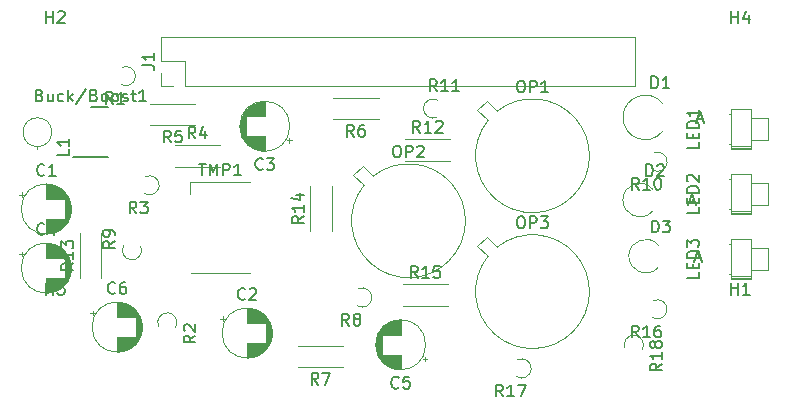
<source format=gbr>
%TF.GenerationSoftware,KiCad,Pcbnew,(5.1.10)-1*%
%TF.CreationDate,2021-06-16T23:55:04+02:00*%
%TF.ProjectId,_Final_EEE3088Project,5f46696e-616c-45f4-9545-453330383850,rev?*%
%TF.SameCoordinates,Original*%
%TF.FileFunction,Legend,Top*%
%TF.FilePolarity,Positive*%
%FSLAX46Y46*%
G04 Gerber Fmt 4.6, Leading zero omitted, Abs format (unit mm)*
G04 Created by KiCad (PCBNEW (5.1.10)-1) date 2021-06-16 23:55:04*
%MOMM*%
%LPD*%
G01*
G04 APERTURE LIST*
%ADD10C,0.120000*%
%ADD11C,0.150000*%
G04 APERTURE END LIST*
D10*
%TO.C,R5*%
X112180000Y-81120000D02*
X108340000Y-81120000D01*
X112180000Y-79280000D02*
X108340000Y-79280000D01*
%TO.C,R4*%
X110420000Y-84620000D02*
X114260000Y-84620000D01*
X110420000Y-82780000D02*
X114260000Y-82780000D01*
D11*
%TO.C,Buck/Boost1*%
X103300000Y-79575000D02*
X104800000Y-79575000D01*
X101800000Y-83825000D02*
X104800000Y-83825000D01*
D10*
%TO.C,C1*%
X101670000Y-88200000D02*
G75*
G03*
X101670000Y-88200000I-2120000J0D01*
G01*
X99550000Y-89040000D02*
X99550000Y-90280000D01*
X99550000Y-86120000D02*
X99550000Y-87360000D01*
X99590000Y-89040000D02*
X99590000Y-90280000D01*
X99590000Y-86120000D02*
X99590000Y-87360000D01*
X99630000Y-89040000D02*
X99630000Y-90279000D01*
X99630000Y-86121000D02*
X99630000Y-87360000D01*
X99670000Y-86123000D02*
X99670000Y-87360000D01*
X99670000Y-89040000D02*
X99670000Y-90277000D01*
X99710000Y-86126000D02*
X99710000Y-87360000D01*
X99710000Y-89040000D02*
X99710000Y-90274000D01*
X99750000Y-86129000D02*
X99750000Y-87360000D01*
X99750000Y-89040000D02*
X99750000Y-90271000D01*
X99790000Y-86133000D02*
X99790000Y-87360000D01*
X99790000Y-89040000D02*
X99790000Y-90267000D01*
X99830000Y-86138000D02*
X99830000Y-87360000D01*
X99830000Y-89040000D02*
X99830000Y-90262000D01*
X99870000Y-86144000D02*
X99870000Y-87360000D01*
X99870000Y-89040000D02*
X99870000Y-90256000D01*
X99910000Y-86150000D02*
X99910000Y-87360000D01*
X99910000Y-89040000D02*
X99910000Y-90250000D01*
X99950000Y-86158000D02*
X99950000Y-87360000D01*
X99950000Y-89040000D02*
X99950000Y-90242000D01*
X99990000Y-86166000D02*
X99990000Y-87360000D01*
X99990000Y-89040000D02*
X99990000Y-90234000D01*
X100030000Y-86175000D02*
X100030000Y-87360000D01*
X100030000Y-89040000D02*
X100030000Y-90225000D01*
X100070000Y-86184000D02*
X100070000Y-87360000D01*
X100070000Y-89040000D02*
X100070000Y-90216000D01*
X100110000Y-86195000D02*
X100110000Y-87360000D01*
X100110000Y-89040000D02*
X100110000Y-90205000D01*
X100150000Y-86206000D02*
X100150000Y-87360000D01*
X100150000Y-89040000D02*
X100150000Y-90194000D01*
X100190000Y-86218000D02*
X100190000Y-87360000D01*
X100190000Y-89040000D02*
X100190000Y-90182000D01*
X100230000Y-86232000D02*
X100230000Y-87360000D01*
X100230000Y-89040000D02*
X100230000Y-90168000D01*
X100271000Y-86246000D02*
X100271000Y-87360000D01*
X100271000Y-89040000D02*
X100271000Y-90154000D01*
X100311000Y-86260000D02*
X100311000Y-87360000D01*
X100311000Y-89040000D02*
X100311000Y-90140000D01*
X100351000Y-86276000D02*
X100351000Y-87360000D01*
X100351000Y-89040000D02*
X100351000Y-90124000D01*
X100391000Y-86293000D02*
X100391000Y-87360000D01*
X100391000Y-89040000D02*
X100391000Y-90107000D01*
X100431000Y-86311000D02*
X100431000Y-87360000D01*
X100431000Y-89040000D02*
X100431000Y-90089000D01*
X100471000Y-86330000D02*
X100471000Y-87360000D01*
X100471000Y-89040000D02*
X100471000Y-90070000D01*
X100511000Y-86349000D02*
X100511000Y-87360000D01*
X100511000Y-89040000D02*
X100511000Y-90051000D01*
X100551000Y-86370000D02*
X100551000Y-87360000D01*
X100551000Y-89040000D02*
X100551000Y-90030000D01*
X100591000Y-86392000D02*
X100591000Y-87360000D01*
X100591000Y-89040000D02*
X100591000Y-90008000D01*
X100631000Y-86415000D02*
X100631000Y-87360000D01*
X100631000Y-89040000D02*
X100631000Y-89985000D01*
X100671000Y-86440000D02*
X100671000Y-87360000D01*
X100671000Y-89040000D02*
X100671000Y-89960000D01*
X100711000Y-86465000D02*
X100711000Y-87360000D01*
X100711000Y-89040000D02*
X100711000Y-89935000D01*
X100751000Y-86492000D02*
X100751000Y-87360000D01*
X100751000Y-89040000D02*
X100751000Y-89908000D01*
X100791000Y-86520000D02*
X100791000Y-87360000D01*
X100791000Y-89040000D02*
X100791000Y-89880000D01*
X100831000Y-86550000D02*
X100831000Y-87360000D01*
X100831000Y-89040000D02*
X100831000Y-89850000D01*
X100871000Y-86581000D02*
X100871000Y-87360000D01*
X100871000Y-89040000D02*
X100871000Y-89819000D01*
X100911000Y-86613000D02*
X100911000Y-87360000D01*
X100911000Y-89040000D02*
X100911000Y-89787000D01*
X100951000Y-86648000D02*
X100951000Y-87360000D01*
X100951000Y-89040000D02*
X100951000Y-89752000D01*
X100991000Y-86684000D02*
X100991000Y-87360000D01*
X100991000Y-89040000D02*
X100991000Y-89716000D01*
X101031000Y-86722000D02*
X101031000Y-87360000D01*
X101031000Y-89040000D02*
X101031000Y-89678000D01*
X101071000Y-86762000D02*
X101071000Y-87360000D01*
X101071000Y-89040000D02*
X101071000Y-89638000D01*
X101111000Y-86804000D02*
X101111000Y-87360000D01*
X101111000Y-89040000D02*
X101111000Y-89596000D01*
X101151000Y-86849000D02*
X101151000Y-89551000D01*
X101191000Y-86896000D02*
X101191000Y-89504000D01*
X101231000Y-86946000D02*
X101231000Y-89454000D01*
X101271000Y-87000000D02*
X101271000Y-89400000D01*
X101311000Y-87058000D02*
X101311000Y-89342000D01*
X101351000Y-87120000D02*
X101351000Y-89280000D01*
X101391000Y-87187000D02*
X101391000Y-89213000D01*
X101431000Y-87260000D02*
X101431000Y-89140000D01*
X101471000Y-87341000D02*
X101471000Y-89059000D01*
X101511000Y-87432000D02*
X101511000Y-88968000D01*
X101551000Y-87536000D02*
X101551000Y-88864000D01*
X101591000Y-87663000D02*
X101591000Y-88737000D01*
X101631000Y-87830000D02*
X101631000Y-88570000D01*
X97280199Y-87005000D02*
X97680199Y-87005000D01*
X97480199Y-86805000D02*
X97480199Y-87205000D01*
%TO.C,C2*%
X114480199Y-97305000D02*
X114480199Y-97705000D01*
X114280199Y-97505000D02*
X114680199Y-97505000D01*
X118631000Y-98330000D02*
X118631000Y-99070000D01*
X118591000Y-98163000D02*
X118591000Y-99237000D01*
X118551000Y-98036000D02*
X118551000Y-99364000D01*
X118511000Y-97932000D02*
X118511000Y-99468000D01*
X118471000Y-97841000D02*
X118471000Y-99559000D01*
X118431000Y-97760000D02*
X118431000Y-99640000D01*
X118391000Y-97687000D02*
X118391000Y-99713000D01*
X118351000Y-97620000D02*
X118351000Y-99780000D01*
X118311000Y-97558000D02*
X118311000Y-99842000D01*
X118271000Y-97500000D02*
X118271000Y-99900000D01*
X118231000Y-97446000D02*
X118231000Y-99954000D01*
X118191000Y-97396000D02*
X118191000Y-100004000D01*
X118151000Y-97349000D02*
X118151000Y-100051000D01*
X118111000Y-99540000D02*
X118111000Y-100096000D01*
X118111000Y-97304000D02*
X118111000Y-97860000D01*
X118071000Y-99540000D02*
X118071000Y-100138000D01*
X118071000Y-97262000D02*
X118071000Y-97860000D01*
X118031000Y-99540000D02*
X118031000Y-100178000D01*
X118031000Y-97222000D02*
X118031000Y-97860000D01*
X117991000Y-99540000D02*
X117991000Y-100216000D01*
X117991000Y-97184000D02*
X117991000Y-97860000D01*
X117951000Y-99540000D02*
X117951000Y-100252000D01*
X117951000Y-97148000D02*
X117951000Y-97860000D01*
X117911000Y-99540000D02*
X117911000Y-100287000D01*
X117911000Y-97113000D02*
X117911000Y-97860000D01*
X117871000Y-99540000D02*
X117871000Y-100319000D01*
X117871000Y-97081000D02*
X117871000Y-97860000D01*
X117831000Y-99540000D02*
X117831000Y-100350000D01*
X117831000Y-97050000D02*
X117831000Y-97860000D01*
X117791000Y-99540000D02*
X117791000Y-100380000D01*
X117791000Y-97020000D02*
X117791000Y-97860000D01*
X117751000Y-99540000D02*
X117751000Y-100408000D01*
X117751000Y-96992000D02*
X117751000Y-97860000D01*
X117711000Y-99540000D02*
X117711000Y-100435000D01*
X117711000Y-96965000D02*
X117711000Y-97860000D01*
X117671000Y-99540000D02*
X117671000Y-100460000D01*
X117671000Y-96940000D02*
X117671000Y-97860000D01*
X117631000Y-99540000D02*
X117631000Y-100485000D01*
X117631000Y-96915000D02*
X117631000Y-97860000D01*
X117591000Y-99540000D02*
X117591000Y-100508000D01*
X117591000Y-96892000D02*
X117591000Y-97860000D01*
X117551000Y-99540000D02*
X117551000Y-100530000D01*
X117551000Y-96870000D02*
X117551000Y-97860000D01*
X117511000Y-99540000D02*
X117511000Y-100551000D01*
X117511000Y-96849000D02*
X117511000Y-97860000D01*
X117471000Y-99540000D02*
X117471000Y-100570000D01*
X117471000Y-96830000D02*
X117471000Y-97860000D01*
X117431000Y-99540000D02*
X117431000Y-100589000D01*
X117431000Y-96811000D02*
X117431000Y-97860000D01*
X117391000Y-99540000D02*
X117391000Y-100607000D01*
X117391000Y-96793000D02*
X117391000Y-97860000D01*
X117351000Y-99540000D02*
X117351000Y-100624000D01*
X117351000Y-96776000D02*
X117351000Y-97860000D01*
X117311000Y-99540000D02*
X117311000Y-100640000D01*
X117311000Y-96760000D02*
X117311000Y-97860000D01*
X117271000Y-99540000D02*
X117271000Y-100654000D01*
X117271000Y-96746000D02*
X117271000Y-97860000D01*
X117230000Y-99540000D02*
X117230000Y-100668000D01*
X117230000Y-96732000D02*
X117230000Y-97860000D01*
X117190000Y-99540000D02*
X117190000Y-100682000D01*
X117190000Y-96718000D02*
X117190000Y-97860000D01*
X117150000Y-99540000D02*
X117150000Y-100694000D01*
X117150000Y-96706000D02*
X117150000Y-97860000D01*
X117110000Y-99540000D02*
X117110000Y-100705000D01*
X117110000Y-96695000D02*
X117110000Y-97860000D01*
X117070000Y-99540000D02*
X117070000Y-100716000D01*
X117070000Y-96684000D02*
X117070000Y-97860000D01*
X117030000Y-99540000D02*
X117030000Y-100725000D01*
X117030000Y-96675000D02*
X117030000Y-97860000D01*
X116990000Y-99540000D02*
X116990000Y-100734000D01*
X116990000Y-96666000D02*
X116990000Y-97860000D01*
X116950000Y-99540000D02*
X116950000Y-100742000D01*
X116950000Y-96658000D02*
X116950000Y-97860000D01*
X116910000Y-99540000D02*
X116910000Y-100750000D01*
X116910000Y-96650000D02*
X116910000Y-97860000D01*
X116870000Y-99540000D02*
X116870000Y-100756000D01*
X116870000Y-96644000D02*
X116870000Y-97860000D01*
X116830000Y-99540000D02*
X116830000Y-100762000D01*
X116830000Y-96638000D02*
X116830000Y-97860000D01*
X116790000Y-99540000D02*
X116790000Y-100767000D01*
X116790000Y-96633000D02*
X116790000Y-97860000D01*
X116750000Y-99540000D02*
X116750000Y-100771000D01*
X116750000Y-96629000D02*
X116750000Y-97860000D01*
X116710000Y-99540000D02*
X116710000Y-100774000D01*
X116710000Y-96626000D02*
X116710000Y-97860000D01*
X116670000Y-99540000D02*
X116670000Y-100777000D01*
X116670000Y-96623000D02*
X116670000Y-97860000D01*
X116630000Y-96621000D02*
X116630000Y-97860000D01*
X116630000Y-99540000D02*
X116630000Y-100779000D01*
X116590000Y-96620000D02*
X116590000Y-97860000D01*
X116590000Y-99540000D02*
X116590000Y-100780000D01*
X116550000Y-96620000D02*
X116550000Y-97860000D01*
X116550000Y-99540000D02*
X116550000Y-100780000D01*
X118670000Y-98700000D02*
G75*
G03*
X118670000Y-98700000I-2120000J0D01*
G01*
%TO.C,C3*%
X120119801Y-82595000D02*
X120119801Y-82195000D01*
X120319801Y-82395000D02*
X119919801Y-82395000D01*
X115969000Y-81570000D02*
X115969000Y-80830000D01*
X116009000Y-81737000D02*
X116009000Y-80663000D01*
X116049000Y-81864000D02*
X116049000Y-80536000D01*
X116089000Y-81968000D02*
X116089000Y-80432000D01*
X116129000Y-82059000D02*
X116129000Y-80341000D01*
X116169000Y-82140000D02*
X116169000Y-80260000D01*
X116209000Y-82213000D02*
X116209000Y-80187000D01*
X116249000Y-82280000D02*
X116249000Y-80120000D01*
X116289000Y-82342000D02*
X116289000Y-80058000D01*
X116329000Y-82400000D02*
X116329000Y-80000000D01*
X116369000Y-82454000D02*
X116369000Y-79946000D01*
X116409000Y-82504000D02*
X116409000Y-79896000D01*
X116449000Y-82551000D02*
X116449000Y-79849000D01*
X116489000Y-80360000D02*
X116489000Y-79804000D01*
X116489000Y-82596000D02*
X116489000Y-82040000D01*
X116529000Y-80360000D02*
X116529000Y-79762000D01*
X116529000Y-82638000D02*
X116529000Y-82040000D01*
X116569000Y-80360000D02*
X116569000Y-79722000D01*
X116569000Y-82678000D02*
X116569000Y-82040000D01*
X116609000Y-80360000D02*
X116609000Y-79684000D01*
X116609000Y-82716000D02*
X116609000Y-82040000D01*
X116649000Y-80360000D02*
X116649000Y-79648000D01*
X116649000Y-82752000D02*
X116649000Y-82040000D01*
X116689000Y-80360000D02*
X116689000Y-79613000D01*
X116689000Y-82787000D02*
X116689000Y-82040000D01*
X116729000Y-80360000D02*
X116729000Y-79581000D01*
X116729000Y-82819000D02*
X116729000Y-82040000D01*
X116769000Y-80360000D02*
X116769000Y-79550000D01*
X116769000Y-82850000D02*
X116769000Y-82040000D01*
X116809000Y-80360000D02*
X116809000Y-79520000D01*
X116809000Y-82880000D02*
X116809000Y-82040000D01*
X116849000Y-80360000D02*
X116849000Y-79492000D01*
X116849000Y-82908000D02*
X116849000Y-82040000D01*
X116889000Y-80360000D02*
X116889000Y-79465000D01*
X116889000Y-82935000D02*
X116889000Y-82040000D01*
X116929000Y-80360000D02*
X116929000Y-79440000D01*
X116929000Y-82960000D02*
X116929000Y-82040000D01*
X116969000Y-80360000D02*
X116969000Y-79415000D01*
X116969000Y-82985000D02*
X116969000Y-82040000D01*
X117009000Y-80360000D02*
X117009000Y-79392000D01*
X117009000Y-83008000D02*
X117009000Y-82040000D01*
X117049000Y-80360000D02*
X117049000Y-79370000D01*
X117049000Y-83030000D02*
X117049000Y-82040000D01*
X117089000Y-80360000D02*
X117089000Y-79349000D01*
X117089000Y-83051000D02*
X117089000Y-82040000D01*
X117129000Y-80360000D02*
X117129000Y-79330000D01*
X117129000Y-83070000D02*
X117129000Y-82040000D01*
X117169000Y-80360000D02*
X117169000Y-79311000D01*
X117169000Y-83089000D02*
X117169000Y-82040000D01*
X117209000Y-80360000D02*
X117209000Y-79293000D01*
X117209000Y-83107000D02*
X117209000Y-82040000D01*
X117249000Y-80360000D02*
X117249000Y-79276000D01*
X117249000Y-83124000D02*
X117249000Y-82040000D01*
X117289000Y-80360000D02*
X117289000Y-79260000D01*
X117289000Y-83140000D02*
X117289000Y-82040000D01*
X117329000Y-80360000D02*
X117329000Y-79246000D01*
X117329000Y-83154000D02*
X117329000Y-82040000D01*
X117370000Y-80360000D02*
X117370000Y-79232000D01*
X117370000Y-83168000D02*
X117370000Y-82040000D01*
X117410000Y-80360000D02*
X117410000Y-79218000D01*
X117410000Y-83182000D02*
X117410000Y-82040000D01*
X117450000Y-80360000D02*
X117450000Y-79206000D01*
X117450000Y-83194000D02*
X117450000Y-82040000D01*
X117490000Y-80360000D02*
X117490000Y-79195000D01*
X117490000Y-83205000D02*
X117490000Y-82040000D01*
X117530000Y-80360000D02*
X117530000Y-79184000D01*
X117530000Y-83216000D02*
X117530000Y-82040000D01*
X117570000Y-80360000D02*
X117570000Y-79175000D01*
X117570000Y-83225000D02*
X117570000Y-82040000D01*
X117610000Y-80360000D02*
X117610000Y-79166000D01*
X117610000Y-83234000D02*
X117610000Y-82040000D01*
X117650000Y-80360000D02*
X117650000Y-79158000D01*
X117650000Y-83242000D02*
X117650000Y-82040000D01*
X117690000Y-80360000D02*
X117690000Y-79150000D01*
X117690000Y-83250000D02*
X117690000Y-82040000D01*
X117730000Y-80360000D02*
X117730000Y-79144000D01*
X117730000Y-83256000D02*
X117730000Y-82040000D01*
X117770000Y-80360000D02*
X117770000Y-79138000D01*
X117770000Y-83262000D02*
X117770000Y-82040000D01*
X117810000Y-80360000D02*
X117810000Y-79133000D01*
X117810000Y-83267000D02*
X117810000Y-82040000D01*
X117850000Y-80360000D02*
X117850000Y-79129000D01*
X117850000Y-83271000D02*
X117850000Y-82040000D01*
X117890000Y-80360000D02*
X117890000Y-79126000D01*
X117890000Y-83274000D02*
X117890000Y-82040000D01*
X117930000Y-80360000D02*
X117930000Y-79123000D01*
X117930000Y-83277000D02*
X117930000Y-82040000D01*
X117970000Y-83279000D02*
X117970000Y-82040000D01*
X117970000Y-80360000D02*
X117970000Y-79121000D01*
X118010000Y-83280000D02*
X118010000Y-82040000D01*
X118010000Y-80360000D02*
X118010000Y-79120000D01*
X118050000Y-83280000D02*
X118050000Y-82040000D01*
X118050000Y-80360000D02*
X118050000Y-79120000D01*
X120170000Y-81200000D02*
G75*
G03*
X120170000Y-81200000I-2120000J0D01*
G01*
%TO.C,C4*%
X101670000Y-93200000D02*
G75*
G03*
X101670000Y-93200000I-2120000J0D01*
G01*
X99550000Y-94040000D02*
X99550000Y-95280000D01*
X99550000Y-91120000D02*
X99550000Y-92360000D01*
X99590000Y-94040000D02*
X99590000Y-95280000D01*
X99590000Y-91120000D02*
X99590000Y-92360000D01*
X99630000Y-94040000D02*
X99630000Y-95279000D01*
X99630000Y-91121000D02*
X99630000Y-92360000D01*
X99670000Y-91123000D02*
X99670000Y-92360000D01*
X99670000Y-94040000D02*
X99670000Y-95277000D01*
X99710000Y-91126000D02*
X99710000Y-92360000D01*
X99710000Y-94040000D02*
X99710000Y-95274000D01*
X99750000Y-91129000D02*
X99750000Y-92360000D01*
X99750000Y-94040000D02*
X99750000Y-95271000D01*
X99790000Y-91133000D02*
X99790000Y-92360000D01*
X99790000Y-94040000D02*
X99790000Y-95267000D01*
X99830000Y-91138000D02*
X99830000Y-92360000D01*
X99830000Y-94040000D02*
X99830000Y-95262000D01*
X99870000Y-91144000D02*
X99870000Y-92360000D01*
X99870000Y-94040000D02*
X99870000Y-95256000D01*
X99910000Y-91150000D02*
X99910000Y-92360000D01*
X99910000Y-94040000D02*
X99910000Y-95250000D01*
X99950000Y-91158000D02*
X99950000Y-92360000D01*
X99950000Y-94040000D02*
X99950000Y-95242000D01*
X99990000Y-91166000D02*
X99990000Y-92360000D01*
X99990000Y-94040000D02*
X99990000Y-95234000D01*
X100030000Y-91175000D02*
X100030000Y-92360000D01*
X100030000Y-94040000D02*
X100030000Y-95225000D01*
X100070000Y-91184000D02*
X100070000Y-92360000D01*
X100070000Y-94040000D02*
X100070000Y-95216000D01*
X100110000Y-91195000D02*
X100110000Y-92360000D01*
X100110000Y-94040000D02*
X100110000Y-95205000D01*
X100150000Y-91206000D02*
X100150000Y-92360000D01*
X100150000Y-94040000D02*
X100150000Y-95194000D01*
X100190000Y-91218000D02*
X100190000Y-92360000D01*
X100190000Y-94040000D02*
X100190000Y-95182000D01*
X100230000Y-91232000D02*
X100230000Y-92360000D01*
X100230000Y-94040000D02*
X100230000Y-95168000D01*
X100271000Y-91246000D02*
X100271000Y-92360000D01*
X100271000Y-94040000D02*
X100271000Y-95154000D01*
X100311000Y-91260000D02*
X100311000Y-92360000D01*
X100311000Y-94040000D02*
X100311000Y-95140000D01*
X100351000Y-91276000D02*
X100351000Y-92360000D01*
X100351000Y-94040000D02*
X100351000Y-95124000D01*
X100391000Y-91293000D02*
X100391000Y-92360000D01*
X100391000Y-94040000D02*
X100391000Y-95107000D01*
X100431000Y-91311000D02*
X100431000Y-92360000D01*
X100431000Y-94040000D02*
X100431000Y-95089000D01*
X100471000Y-91330000D02*
X100471000Y-92360000D01*
X100471000Y-94040000D02*
X100471000Y-95070000D01*
X100511000Y-91349000D02*
X100511000Y-92360000D01*
X100511000Y-94040000D02*
X100511000Y-95051000D01*
X100551000Y-91370000D02*
X100551000Y-92360000D01*
X100551000Y-94040000D02*
X100551000Y-95030000D01*
X100591000Y-91392000D02*
X100591000Y-92360000D01*
X100591000Y-94040000D02*
X100591000Y-95008000D01*
X100631000Y-91415000D02*
X100631000Y-92360000D01*
X100631000Y-94040000D02*
X100631000Y-94985000D01*
X100671000Y-91440000D02*
X100671000Y-92360000D01*
X100671000Y-94040000D02*
X100671000Y-94960000D01*
X100711000Y-91465000D02*
X100711000Y-92360000D01*
X100711000Y-94040000D02*
X100711000Y-94935000D01*
X100751000Y-91492000D02*
X100751000Y-92360000D01*
X100751000Y-94040000D02*
X100751000Y-94908000D01*
X100791000Y-91520000D02*
X100791000Y-92360000D01*
X100791000Y-94040000D02*
X100791000Y-94880000D01*
X100831000Y-91550000D02*
X100831000Y-92360000D01*
X100831000Y-94040000D02*
X100831000Y-94850000D01*
X100871000Y-91581000D02*
X100871000Y-92360000D01*
X100871000Y-94040000D02*
X100871000Y-94819000D01*
X100911000Y-91613000D02*
X100911000Y-92360000D01*
X100911000Y-94040000D02*
X100911000Y-94787000D01*
X100951000Y-91648000D02*
X100951000Y-92360000D01*
X100951000Y-94040000D02*
X100951000Y-94752000D01*
X100991000Y-91684000D02*
X100991000Y-92360000D01*
X100991000Y-94040000D02*
X100991000Y-94716000D01*
X101031000Y-91722000D02*
X101031000Y-92360000D01*
X101031000Y-94040000D02*
X101031000Y-94678000D01*
X101071000Y-91762000D02*
X101071000Y-92360000D01*
X101071000Y-94040000D02*
X101071000Y-94638000D01*
X101111000Y-91804000D02*
X101111000Y-92360000D01*
X101111000Y-94040000D02*
X101111000Y-94596000D01*
X101151000Y-91849000D02*
X101151000Y-94551000D01*
X101191000Y-91896000D02*
X101191000Y-94504000D01*
X101231000Y-91946000D02*
X101231000Y-94454000D01*
X101271000Y-92000000D02*
X101271000Y-94400000D01*
X101311000Y-92058000D02*
X101311000Y-94342000D01*
X101351000Y-92120000D02*
X101351000Y-94280000D01*
X101391000Y-92187000D02*
X101391000Y-94213000D01*
X101431000Y-92260000D02*
X101431000Y-94140000D01*
X101471000Y-92341000D02*
X101471000Y-94059000D01*
X101511000Y-92432000D02*
X101511000Y-93968000D01*
X101551000Y-92536000D02*
X101551000Y-93864000D01*
X101591000Y-92663000D02*
X101591000Y-93737000D01*
X101631000Y-92830000D02*
X101631000Y-93570000D01*
X97280199Y-92005000D02*
X97680199Y-92005000D01*
X97480199Y-91805000D02*
X97480199Y-92205000D01*
%TO.C,C5*%
X131670000Y-99700000D02*
G75*
G03*
X131670000Y-99700000I-2120000J0D01*
G01*
X129550000Y-98860000D02*
X129550000Y-97620000D01*
X129550000Y-101780000D02*
X129550000Y-100540000D01*
X129510000Y-98860000D02*
X129510000Y-97620000D01*
X129510000Y-101780000D02*
X129510000Y-100540000D01*
X129470000Y-98860000D02*
X129470000Y-97621000D01*
X129470000Y-101779000D02*
X129470000Y-100540000D01*
X129430000Y-101777000D02*
X129430000Y-100540000D01*
X129430000Y-98860000D02*
X129430000Y-97623000D01*
X129390000Y-101774000D02*
X129390000Y-100540000D01*
X129390000Y-98860000D02*
X129390000Y-97626000D01*
X129350000Y-101771000D02*
X129350000Y-100540000D01*
X129350000Y-98860000D02*
X129350000Y-97629000D01*
X129310000Y-101767000D02*
X129310000Y-100540000D01*
X129310000Y-98860000D02*
X129310000Y-97633000D01*
X129270000Y-101762000D02*
X129270000Y-100540000D01*
X129270000Y-98860000D02*
X129270000Y-97638000D01*
X129230000Y-101756000D02*
X129230000Y-100540000D01*
X129230000Y-98860000D02*
X129230000Y-97644000D01*
X129190000Y-101750000D02*
X129190000Y-100540000D01*
X129190000Y-98860000D02*
X129190000Y-97650000D01*
X129150000Y-101742000D02*
X129150000Y-100540000D01*
X129150000Y-98860000D02*
X129150000Y-97658000D01*
X129110000Y-101734000D02*
X129110000Y-100540000D01*
X129110000Y-98860000D02*
X129110000Y-97666000D01*
X129070000Y-101725000D02*
X129070000Y-100540000D01*
X129070000Y-98860000D02*
X129070000Y-97675000D01*
X129030000Y-101716000D02*
X129030000Y-100540000D01*
X129030000Y-98860000D02*
X129030000Y-97684000D01*
X128990000Y-101705000D02*
X128990000Y-100540000D01*
X128990000Y-98860000D02*
X128990000Y-97695000D01*
X128950000Y-101694000D02*
X128950000Y-100540000D01*
X128950000Y-98860000D02*
X128950000Y-97706000D01*
X128910000Y-101682000D02*
X128910000Y-100540000D01*
X128910000Y-98860000D02*
X128910000Y-97718000D01*
X128870000Y-101668000D02*
X128870000Y-100540000D01*
X128870000Y-98860000D02*
X128870000Y-97732000D01*
X128829000Y-101654000D02*
X128829000Y-100540000D01*
X128829000Y-98860000D02*
X128829000Y-97746000D01*
X128789000Y-101640000D02*
X128789000Y-100540000D01*
X128789000Y-98860000D02*
X128789000Y-97760000D01*
X128749000Y-101624000D02*
X128749000Y-100540000D01*
X128749000Y-98860000D02*
X128749000Y-97776000D01*
X128709000Y-101607000D02*
X128709000Y-100540000D01*
X128709000Y-98860000D02*
X128709000Y-97793000D01*
X128669000Y-101589000D02*
X128669000Y-100540000D01*
X128669000Y-98860000D02*
X128669000Y-97811000D01*
X128629000Y-101570000D02*
X128629000Y-100540000D01*
X128629000Y-98860000D02*
X128629000Y-97830000D01*
X128589000Y-101551000D02*
X128589000Y-100540000D01*
X128589000Y-98860000D02*
X128589000Y-97849000D01*
X128549000Y-101530000D02*
X128549000Y-100540000D01*
X128549000Y-98860000D02*
X128549000Y-97870000D01*
X128509000Y-101508000D02*
X128509000Y-100540000D01*
X128509000Y-98860000D02*
X128509000Y-97892000D01*
X128469000Y-101485000D02*
X128469000Y-100540000D01*
X128469000Y-98860000D02*
X128469000Y-97915000D01*
X128429000Y-101460000D02*
X128429000Y-100540000D01*
X128429000Y-98860000D02*
X128429000Y-97940000D01*
X128389000Y-101435000D02*
X128389000Y-100540000D01*
X128389000Y-98860000D02*
X128389000Y-97965000D01*
X128349000Y-101408000D02*
X128349000Y-100540000D01*
X128349000Y-98860000D02*
X128349000Y-97992000D01*
X128309000Y-101380000D02*
X128309000Y-100540000D01*
X128309000Y-98860000D02*
X128309000Y-98020000D01*
X128269000Y-101350000D02*
X128269000Y-100540000D01*
X128269000Y-98860000D02*
X128269000Y-98050000D01*
X128229000Y-101319000D02*
X128229000Y-100540000D01*
X128229000Y-98860000D02*
X128229000Y-98081000D01*
X128189000Y-101287000D02*
X128189000Y-100540000D01*
X128189000Y-98860000D02*
X128189000Y-98113000D01*
X128149000Y-101252000D02*
X128149000Y-100540000D01*
X128149000Y-98860000D02*
X128149000Y-98148000D01*
X128109000Y-101216000D02*
X128109000Y-100540000D01*
X128109000Y-98860000D02*
X128109000Y-98184000D01*
X128069000Y-101178000D02*
X128069000Y-100540000D01*
X128069000Y-98860000D02*
X128069000Y-98222000D01*
X128029000Y-101138000D02*
X128029000Y-100540000D01*
X128029000Y-98860000D02*
X128029000Y-98262000D01*
X127989000Y-101096000D02*
X127989000Y-100540000D01*
X127989000Y-98860000D02*
X127989000Y-98304000D01*
X127949000Y-101051000D02*
X127949000Y-98349000D01*
X127909000Y-101004000D02*
X127909000Y-98396000D01*
X127869000Y-100954000D02*
X127869000Y-98446000D01*
X127829000Y-100900000D02*
X127829000Y-98500000D01*
X127789000Y-100842000D02*
X127789000Y-98558000D01*
X127749000Y-100780000D02*
X127749000Y-98620000D01*
X127709000Y-100713000D02*
X127709000Y-98687000D01*
X127669000Y-100640000D02*
X127669000Y-98760000D01*
X127629000Y-100559000D02*
X127629000Y-98841000D01*
X127589000Y-100468000D02*
X127589000Y-98932000D01*
X127549000Y-100364000D02*
X127549000Y-99036000D01*
X127509000Y-100237000D02*
X127509000Y-99163000D01*
X127469000Y-100070000D02*
X127469000Y-99330000D01*
X131819801Y-100895000D02*
X131419801Y-100895000D01*
X131619801Y-101095000D02*
X131619801Y-100695000D01*
%TO.C,C6*%
X103480199Y-96805000D02*
X103480199Y-97205000D01*
X103280199Y-97005000D02*
X103680199Y-97005000D01*
X107631000Y-97830000D02*
X107631000Y-98570000D01*
X107591000Y-97663000D02*
X107591000Y-98737000D01*
X107551000Y-97536000D02*
X107551000Y-98864000D01*
X107511000Y-97432000D02*
X107511000Y-98968000D01*
X107471000Y-97341000D02*
X107471000Y-99059000D01*
X107431000Y-97260000D02*
X107431000Y-99140000D01*
X107391000Y-97187000D02*
X107391000Y-99213000D01*
X107351000Y-97120000D02*
X107351000Y-99280000D01*
X107311000Y-97058000D02*
X107311000Y-99342000D01*
X107271000Y-97000000D02*
X107271000Y-99400000D01*
X107231000Y-96946000D02*
X107231000Y-99454000D01*
X107191000Y-96896000D02*
X107191000Y-99504000D01*
X107151000Y-96849000D02*
X107151000Y-99551000D01*
X107111000Y-99040000D02*
X107111000Y-99596000D01*
X107111000Y-96804000D02*
X107111000Y-97360000D01*
X107071000Y-99040000D02*
X107071000Y-99638000D01*
X107071000Y-96762000D02*
X107071000Y-97360000D01*
X107031000Y-99040000D02*
X107031000Y-99678000D01*
X107031000Y-96722000D02*
X107031000Y-97360000D01*
X106991000Y-99040000D02*
X106991000Y-99716000D01*
X106991000Y-96684000D02*
X106991000Y-97360000D01*
X106951000Y-99040000D02*
X106951000Y-99752000D01*
X106951000Y-96648000D02*
X106951000Y-97360000D01*
X106911000Y-99040000D02*
X106911000Y-99787000D01*
X106911000Y-96613000D02*
X106911000Y-97360000D01*
X106871000Y-99040000D02*
X106871000Y-99819000D01*
X106871000Y-96581000D02*
X106871000Y-97360000D01*
X106831000Y-99040000D02*
X106831000Y-99850000D01*
X106831000Y-96550000D02*
X106831000Y-97360000D01*
X106791000Y-99040000D02*
X106791000Y-99880000D01*
X106791000Y-96520000D02*
X106791000Y-97360000D01*
X106751000Y-99040000D02*
X106751000Y-99908000D01*
X106751000Y-96492000D02*
X106751000Y-97360000D01*
X106711000Y-99040000D02*
X106711000Y-99935000D01*
X106711000Y-96465000D02*
X106711000Y-97360000D01*
X106671000Y-99040000D02*
X106671000Y-99960000D01*
X106671000Y-96440000D02*
X106671000Y-97360000D01*
X106631000Y-99040000D02*
X106631000Y-99985000D01*
X106631000Y-96415000D02*
X106631000Y-97360000D01*
X106591000Y-99040000D02*
X106591000Y-100008000D01*
X106591000Y-96392000D02*
X106591000Y-97360000D01*
X106551000Y-99040000D02*
X106551000Y-100030000D01*
X106551000Y-96370000D02*
X106551000Y-97360000D01*
X106511000Y-99040000D02*
X106511000Y-100051000D01*
X106511000Y-96349000D02*
X106511000Y-97360000D01*
X106471000Y-99040000D02*
X106471000Y-100070000D01*
X106471000Y-96330000D02*
X106471000Y-97360000D01*
X106431000Y-99040000D02*
X106431000Y-100089000D01*
X106431000Y-96311000D02*
X106431000Y-97360000D01*
X106391000Y-99040000D02*
X106391000Y-100107000D01*
X106391000Y-96293000D02*
X106391000Y-97360000D01*
X106351000Y-99040000D02*
X106351000Y-100124000D01*
X106351000Y-96276000D02*
X106351000Y-97360000D01*
X106311000Y-99040000D02*
X106311000Y-100140000D01*
X106311000Y-96260000D02*
X106311000Y-97360000D01*
X106271000Y-99040000D02*
X106271000Y-100154000D01*
X106271000Y-96246000D02*
X106271000Y-97360000D01*
X106230000Y-99040000D02*
X106230000Y-100168000D01*
X106230000Y-96232000D02*
X106230000Y-97360000D01*
X106190000Y-99040000D02*
X106190000Y-100182000D01*
X106190000Y-96218000D02*
X106190000Y-97360000D01*
X106150000Y-99040000D02*
X106150000Y-100194000D01*
X106150000Y-96206000D02*
X106150000Y-97360000D01*
X106110000Y-99040000D02*
X106110000Y-100205000D01*
X106110000Y-96195000D02*
X106110000Y-97360000D01*
X106070000Y-99040000D02*
X106070000Y-100216000D01*
X106070000Y-96184000D02*
X106070000Y-97360000D01*
X106030000Y-99040000D02*
X106030000Y-100225000D01*
X106030000Y-96175000D02*
X106030000Y-97360000D01*
X105990000Y-99040000D02*
X105990000Y-100234000D01*
X105990000Y-96166000D02*
X105990000Y-97360000D01*
X105950000Y-99040000D02*
X105950000Y-100242000D01*
X105950000Y-96158000D02*
X105950000Y-97360000D01*
X105910000Y-99040000D02*
X105910000Y-100250000D01*
X105910000Y-96150000D02*
X105910000Y-97360000D01*
X105870000Y-99040000D02*
X105870000Y-100256000D01*
X105870000Y-96144000D02*
X105870000Y-97360000D01*
X105830000Y-99040000D02*
X105830000Y-100262000D01*
X105830000Y-96138000D02*
X105830000Y-97360000D01*
X105790000Y-99040000D02*
X105790000Y-100267000D01*
X105790000Y-96133000D02*
X105790000Y-97360000D01*
X105750000Y-99040000D02*
X105750000Y-100271000D01*
X105750000Y-96129000D02*
X105750000Y-97360000D01*
X105710000Y-99040000D02*
X105710000Y-100274000D01*
X105710000Y-96126000D02*
X105710000Y-97360000D01*
X105670000Y-99040000D02*
X105670000Y-100277000D01*
X105670000Y-96123000D02*
X105670000Y-97360000D01*
X105630000Y-96121000D02*
X105630000Y-97360000D01*
X105630000Y-99040000D02*
X105630000Y-100279000D01*
X105590000Y-96120000D02*
X105590000Y-97360000D01*
X105590000Y-99040000D02*
X105590000Y-100280000D01*
X105550000Y-96120000D02*
X105550000Y-97360000D01*
X105550000Y-99040000D02*
X105550000Y-100280000D01*
X107670000Y-98200000D02*
G75*
G03*
X107670000Y-98200000I-2120000J0D01*
G01*
%TO.C,D1*%
X151716371Y-81644732D02*
G75*
G02*
X151774596Y-79330000I-1456371J1194732D01*
G01*
%TO.C,D2*%
X150853850Y-88418866D02*
G75*
G02*
X150913239Y-86550000I-1053850J968866D01*
G01*
%TO.C,D3*%
X151353850Y-93168866D02*
G75*
G02*
X151413239Y-91300000I-1053850J968866D01*
G01*
%TO.C,J1*%
X109240000Y-77760000D02*
X109240000Y-76700000D01*
X110300000Y-77760000D02*
X109240000Y-77760000D01*
X109240000Y-75700000D02*
X109240000Y-73640000D01*
X111300000Y-75700000D02*
X109240000Y-75700000D01*
X111300000Y-77760000D02*
X111300000Y-75700000D01*
X109240000Y-73640000D02*
X149360000Y-73640000D01*
X111300000Y-77760000D02*
X149360000Y-77760000D01*
X149360000Y-77760000D02*
X149360000Y-73640000D01*
%TO.C,L1*%
X98800000Y-82920000D02*
X98800000Y-83140000D01*
X100020000Y-81700000D02*
G75*
G03*
X100020000Y-81700000I-1220000J0D01*
G01*
%TO.C,LED1*%
X157380000Y-80160000D02*
X157380000Y-80160000D01*
X157510000Y-80160000D02*
X157380000Y-80160000D01*
X157510000Y-80160000D02*
X157510000Y-80160000D01*
X157380000Y-80160000D02*
X157510000Y-80160000D01*
X157380000Y-82700000D02*
X157380000Y-82700000D01*
X157510000Y-82700000D02*
X157380000Y-82700000D01*
X157510000Y-82700000D02*
X157510000Y-82700000D01*
X157380000Y-82700000D02*
X157510000Y-82700000D01*
X159230000Y-80470000D02*
X159230000Y-82390000D01*
X160630000Y-80470000D02*
X159230000Y-80470000D01*
X160630000Y-82390000D02*
X160630000Y-80470000D01*
X159230000Y-82390000D02*
X160630000Y-82390000D01*
X157510000Y-82900000D02*
X159230000Y-82900000D01*
X157510000Y-83020000D02*
X159230000Y-83020000D01*
X157510000Y-79720000D02*
X157510000Y-83140000D01*
X159230000Y-79720000D02*
X157510000Y-79720000D01*
X159230000Y-83140000D02*
X159230000Y-79720000D01*
X157510000Y-83140000D02*
X159230000Y-83140000D01*
%TO.C,LED2*%
X157510000Y-88640000D02*
X159230000Y-88640000D01*
X159230000Y-88640000D02*
X159230000Y-85220000D01*
X159230000Y-85220000D02*
X157510000Y-85220000D01*
X157510000Y-85220000D02*
X157510000Y-88640000D01*
X157510000Y-88520000D02*
X159230000Y-88520000D01*
X157510000Y-88400000D02*
X159230000Y-88400000D01*
X159230000Y-87890000D02*
X160630000Y-87890000D01*
X160630000Y-87890000D02*
X160630000Y-85970000D01*
X160630000Y-85970000D02*
X159230000Y-85970000D01*
X159230000Y-85970000D02*
X159230000Y-87890000D01*
X157380000Y-88200000D02*
X157510000Y-88200000D01*
X157510000Y-88200000D02*
X157510000Y-88200000D01*
X157510000Y-88200000D02*
X157380000Y-88200000D01*
X157380000Y-88200000D02*
X157380000Y-88200000D01*
X157380000Y-85660000D02*
X157510000Y-85660000D01*
X157510000Y-85660000D02*
X157510000Y-85660000D01*
X157510000Y-85660000D02*
X157380000Y-85660000D01*
X157380000Y-85660000D02*
X157380000Y-85660000D01*
%TO.C,LED3*%
X157380000Y-91160000D02*
X157380000Y-91160000D01*
X157510000Y-91160000D02*
X157380000Y-91160000D01*
X157510000Y-91160000D02*
X157510000Y-91160000D01*
X157380000Y-91160000D02*
X157510000Y-91160000D01*
X157380000Y-93700000D02*
X157380000Y-93700000D01*
X157510000Y-93700000D02*
X157380000Y-93700000D01*
X157510000Y-93700000D02*
X157510000Y-93700000D01*
X157380000Y-93700000D02*
X157510000Y-93700000D01*
X159230000Y-91470000D02*
X159230000Y-93390000D01*
X160630000Y-91470000D02*
X159230000Y-91470000D01*
X160630000Y-93390000D02*
X160630000Y-91470000D01*
X159230000Y-93390000D02*
X160630000Y-93390000D01*
X157510000Y-93900000D02*
X159230000Y-93900000D01*
X157510000Y-94020000D02*
X159230000Y-94020000D01*
X157510000Y-90720000D02*
X157510000Y-94140000D01*
X159230000Y-90720000D02*
X157510000Y-90720000D01*
X159230000Y-94140000D02*
X159230000Y-90720000D01*
X157510000Y-94140000D02*
X159230000Y-94140000D01*
%TO.C,OP1*%
X136054144Y-79811961D02*
X136945098Y-80702916D01*
X136831961Y-79034144D02*
X136054144Y-79811961D01*
X137722916Y-79925098D02*
X136831961Y-79034144D01*
X136945326Y-80702629D02*
G75*
G03*
X137722916Y-79925098I3774674J-2997371D01*
G01*
%TO.C,OP2*%
X126445326Y-86202629D02*
G75*
G03*
X127222916Y-85425098I3774674J-2997371D01*
G01*
X127222916Y-85425098D02*
X126331961Y-84534144D01*
X126331961Y-84534144D02*
X125554144Y-85311961D01*
X125554144Y-85311961D02*
X126445098Y-86202916D01*
%TO.C,OP3*%
X136054144Y-91311961D02*
X136945098Y-92202916D01*
X136831961Y-90534144D02*
X136054144Y-91311961D01*
X137722916Y-91425098D02*
X136831961Y-90534144D01*
X136945326Y-92202629D02*
G75*
G03*
X137722916Y-91425098I3774674J-2997371D01*
G01*
%TO.C,R1*%
X105979905Y-76200641D02*
G75*
G02*
X105882867Y-77650000I320095J-749359D01*
G01*
%TO.C,R2*%
X109050641Y-98120095D02*
G75*
G02*
X110500000Y-98217133I749359J320095D01*
G01*
%TO.C,R3*%
X107979905Y-85450641D02*
G75*
G02*
X107882867Y-86900000I320095J-749359D01*
G01*
%TO.C,R6*%
X127680000Y-78780000D02*
X123840000Y-78780000D01*
X127680000Y-80620000D02*
X123840000Y-80620000D01*
%TO.C,R7*%
X124680000Y-99780000D02*
X120840000Y-99780000D01*
X124680000Y-101620000D02*
X120840000Y-101620000D01*
%TO.C,R8*%
X125979905Y-94950641D02*
G75*
G02*
X125882867Y-96400000I320095J-749359D01*
G01*
%TO.C,R9*%
X107549359Y-91379905D02*
G75*
G02*
X106100000Y-91282867I-749359J-320095D01*
G01*
%TO.C,R10*%
X150979905Y-83450641D02*
G75*
G02*
X150882867Y-84900000I320095J-749359D01*
G01*
%TO.C,R11*%
X132620095Y-80449359D02*
G75*
G02*
X132717133Y-79000000I-320095J749359D01*
G01*
%TO.C,R12*%
X129920000Y-82280000D02*
X133760000Y-82280000D01*
X129920000Y-84120000D02*
X133760000Y-84120000D01*
%TO.C,R13*%
X102380000Y-94080000D02*
X102380000Y-90240000D01*
X104220000Y-94080000D02*
X104220000Y-90240000D01*
%TO.C,R14*%
X123720000Y-90080000D02*
X123720000Y-86240000D01*
X121880000Y-90080000D02*
X121880000Y-86240000D01*
%TO.C,R15*%
X129720000Y-94580000D02*
X133560000Y-94580000D01*
X129720000Y-96420000D02*
X133560000Y-96420000D01*
%TO.C,R16*%
X150979905Y-95950641D02*
G75*
G02*
X150882867Y-97400000I320095J-749359D01*
G01*
%TO.C,R17*%
X139479905Y-100950641D02*
G75*
G02*
X139382867Y-102400000I320095J-749359D01*
G01*
%TO.C,R18*%
X148550641Y-100020095D02*
G75*
G02*
X150000000Y-100117133I749359J320095D01*
G01*
%TO.C,TMP1*%
X111830000Y-93595000D02*
X116770000Y-93595000D01*
X111720000Y-85905000D02*
X116770000Y-85905000D01*
X111720000Y-86905000D02*
X111720000Y-85905000D01*
%TO.C,R5*%
D11*
X110093333Y-82572380D02*
X109760000Y-82096190D01*
X109521904Y-82572380D02*
X109521904Y-81572380D01*
X109902857Y-81572380D01*
X109998095Y-81620000D01*
X110045714Y-81667619D01*
X110093333Y-81762857D01*
X110093333Y-81905714D01*
X110045714Y-82000952D01*
X109998095Y-82048571D01*
X109902857Y-82096190D01*
X109521904Y-82096190D01*
X110998095Y-81572380D02*
X110521904Y-81572380D01*
X110474285Y-82048571D01*
X110521904Y-82000952D01*
X110617142Y-81953333D01*
X110855238Y-81953333D01*
X110950476Y-82000952D01*
X110998095Y-82048571D01*
X111045714Y-82143809D01*
X111045714Y-82381904D01*
X110998095Y-82477142D01*
X110950476Y-82524761D01*
X110855238Y-82572380D01*
X110617142Y-82572380D01*
X110521904Y-82524761D01*
X110474285Y-82477142D01*
%TO.C,R4*%
X112173333Y-82232380D02*
X111840000Y-81756190D01*
X111601904Y-82232380D02*
X111601904Y-81232380D01*
X111982857Y-81232380D01*
X112078095Y-81280000D01*
X112125714Y-81327619D01*
X112173333Y-81422857D01*
X112173333Y-81565714D01*
X112125714Y-81660952D01*
X112078095Y-81708571D01*
X111982857Y-81756190D01*
X111601904Y-81756190D01*
X113030476Y-81565714D02*
X113030476Y-82232380D01*
X112792380Y-81184761D02*
X112554285Y-81899047D01*
X113173333Y-81899047D01*
%TO.C,Buck/Boost1*%
X98990476Y-78578571D02*
X99133333Y-78626190D01*
X99180952Y-78673809D01*
X99228571Y-78769047D01*
X99228571Y-78911904D01*
X99180952Y-79007142D01*
X99133333Y-79054761D01*
X99038095Y-79102380D01*
X98657142Y-79102380D01*
X98657142Y-78102380D01*
X98990476Y-78102380D01*
X99085714Y-78150000D01*
X99133333Y-78197619D01*
X99180952Y-78292857D01*
X99180952Y-78388095D01*
X99133333Y-78483333D01*
X99085714Y-78530952D01*
X98990476Y-78578571D01*
X98657142Y-78578571D01*
X100085714Y-78435714D02*
X100085714Y-79102380D01*
X99657142Y-78435714D02*
X99657142Y-78959523D01*
X99704761Y-79054761D01*
X99800000Y-79102380D01*
X99942857Y-79102380D01*
X100038095Y-79054761D01*
X100085714Y-79007142D01*
X100990476Y-79054761D02*
X100895238Y-79102380D01*
X100704761Y-79102380D01*
X100609523Y-79054761D01*
X100561904Y-79007142D01*
X100514285Y-78911904D01*
X100514285Y-78626190D01*
X100561904Y-78530952D01*
X100609523Y-78483333D01*
X100704761Y-78435714D01*
X100895238Y-78435714D01*
X100990476Y-78483333D01*
X101419047Y-79102380D02*
X101419047Y-78102380D01*
X101514285Y-78721428D02*
X101799999Y-79102380D01*
X101799999Y-78435714D02*
X101419047Y-78816666D01*
X102942857Y-78054761D02*
X102085714Y-79340476D01*
X103609523Y-78578571D02*
X103752380Y-78626190D01*
X103800000Y-78673809D01*
X103847619Y-78769047D01*
X103847619Y-78911904D01*
X103800000Y-79007142D01*
X103752380Y-79054761D01*
X103657142Y-79102380D01*
X103276190Y-79102380D01*
X103276190Y-78102380D01*
X103609523Y-78102380D01*
X103704761Y-78150000D01*
X103752380Y-78197619D01*
X103800000Y-78292857D01*
X103800000Y-78388095D01*
X103752380Y-78483333D01*
X103704761Y-78530952D01*
X103609523Y-78578571D01*
X103276190Y-78578571D01*
X104419047Y-79102380D02*
X104323809Y-79054761D01*
X104276190Y-79007142D01*
X104228571Y-78911904D01*
X104228571Y-78626190D01*
X104276190Y-78530952D01*
X104323809Y-78483333D01*
X104419047Y-78435714D01*
X104561904Y-78435714D01*
X104657142Y-78483333D01*
X104704761Y-78530952D01*
X104752380Y-78626190D01*
X104752380Y-78911904D01*
X104704761Y-79007142D01*
X104657142Y-79054761D01*
X104561904Y-79102380D01*
X104419047Y-79102380D01*
X105323809Y-79102380D02*
X105228571Y-79054761D01*
X105180952Y-79007142D01*
X105133333Y-78911904D01*
X105133333Y-78626190D01*
X105180952Y-78530952D01*
X105228571Y-78483333D01*
X105323809Y-78435714D01*
X105466666Y-78435714D01*
X105561904Y-78483333D01*
X105609523Y-78530952D01*
X105657142Y-78626190D01*
X105657142Y-78911904D01*
X105609523Y-79007142D01*
X105561904Y-79054761D01*
X105466666Y-79102380D01*
X105323809Y-79102380D01*
X106038095Y-79054761D02*
X106133333Y-79102380D01*
X106323809Y-79102380D01*
X106419047Y-79054761D01*
X106466666Y-78959523D01*
X106466666Y-78911904D01*
X106419047Y-78816666D01*
X106323809Y-78769047D01*
X106180952Y-78769047D01*
X106085714Y-78721428D01*
X106038095Y-78626190D01*
X106038095Y-78578571D01*
X106085714Y-78483333D01*
X106180952Y-78435714D01*
X106323809Y-78435714D01*
X106419047Y-78483333D01*
X106752380Y-78435714D02*
X107133333Y-78435714D01*
X106895238Y-78102380D02*
X106895238Y-78959523D01*
X106942857Y-79054761D01*
X107038095Y-79102380D01*
X107133333Y-79102380D01*
X107990476Y-79102380D02*
X107419047Y-79102380D01*
X107704761Y-79102380D02*
X107704761Y-78102380D01*
X107609523Y-78245238D01*
X107514285Y-78340476D01*
X107419047Y-78388095D01*
%TO.C,C1*%
X99383333Y-85307142D02*
X99335714Y-85354761D01*
X99192857Y-85402380D01*
X99097619Y-85402380D01*
X98954761Y-85354761D01*
X98859523Y-85259523D01*
X98811904Y-85164285D01*
X98764285Y-84973809D01*
X98764285Y-84830952D01*
X98811904Y-84640476D01*
X98859523Y-84545238D01*
X98954761Y-84450000D01*
X99097619Y-84402380D01*
X99192857Y-84402380D01*
X99335714Y-84450000D01*
X99383333Y-84497619D01*
X100335714Y-85402380D02*
X99764285Y-85402380D01*
X100050000Y-85402380D02*
X100050000Y-84402380D01*
X99954761Y-84545238D01*
X99859523Y-84640476D01*
X99764285Y-84688095D01*
%TO.C,C2*%
X116383333Y-95807142D02*
X116335714Y-95854761D01*
X116192857Y-95902380D01*
X116097619Y-95902380D01*
X115954761Y-95854761D01*
X115859523Y-95759523D01*
X115811904Y-95664285D01*
X115764285Y-95473809D01*
X115764285Y-95330952D01*
X115811904Y-95140476D01*
X115859523Y-95045238D01*
X115954761Y-94950000D01*
X116097619Y-94902380D01*
X116192857Y-94902380D01*
X116335714Y-94950000D01*
X116383333Y-94997619D01*
X116764285Y-94997619D02*
X116811904Y-94950000D01*
X116907142Y-94902380D01*
X117145238Y-94902380D01*
X117240476Y-94950000D01*
X117288095Y-94997619D01*
X117335714Y-95092857D01*
X117335714Y-95188095D01*
X117288095Y-95330952D01*
X116716666Y-95902380D01*
X117335714Y-95902380D01*
%TO.C,C3*%
X117883333Y-84807142D02*
X117835714Y-84854761D01*
X117692857Y-84902380D01*
X117597619Y-84902380D01*
X117454761Y-84854761D01*
X117359523Y-84759523D01*
X117311904Y-84664285D01*
X117264285Y-84473809D01*
X117264285Y-84330952D01*
X117311904Y-84140476D01*
X117359523Y-84045238D01*
X117454761Y-83950000D01*
X117597619Y-83902380D01*
X117692857Y-83902380D01*
X117835714Y-83950000D01*
X117883333Y-83997619D01*
X118216666Y-83902380D02*
X118835714Y-83902380D01*
X118502380Y-84283333D01*
X118645238Y-84283333D01*
X118740476Y-84330952D01*
X118788095Y-84378571D01*
X118835714Y-84473809D01*
X118835714Y-84711904D01*
X118788095Y-84807142D01*
X118740476Y-84854761D01*
X118645238Y-84902380D01*
X118359523Y-84902380D01*
X118264285Y-84854761D01*
X118216666Y-84807142D01*
%TO.C,C4*%
X99383333Y-90307142D02*
X99335714Y-90354761D01*
X99192857Y-90402380D01*
X99097619Y-90402380D01*
X98954761Y-90354761D01*
X98859523Y-90259523D01*
X98811904Y-90164285D01*
X98764285Y-89973809D01*
X98764285Y-89830952D01*
X98811904Y-89640476D01*
X98859523Y-89545238D01*
X98954761Y-89450000D01*
X99097619Y-89402380D01*
X99192857Y-89402380D01*
X99335714Y-89450000D01*
X99383333Y-89497619D01*
X100240476Y-89735714D02*
X100240476Y-90402380D01*
X100002380Y-89354761D02*
X99764285Y-90069047D01*
X100383333Y-90069047D01*
%TO.C,C5*%
X129383333Y-103307142D02*
X129335714Y-103354761D01*
X129192857Y-103402380D01*
X129097619Y-103402380D01*
X128954761Y-103354761D01*
X128859523Y-103259523D01*
X128811904Y-103164285D01*
X128764285Y-102973809D01*
X128764285Y-102830952D01*
X128811904Y-102640476D01*
X128859523Y-102545238D01*
X128954761Y-102450000D01*
X129097619Y-102402380D01*
X129192857Y-102402380D01*
X129335714Y-102450000D01*
X129383333Y-102497619D01*
X130288095Y-102402380D02*
X129811904Y-102402380D01*
X129764285Y-102878571D01*
X129811904Y-102830952D01*
X129907142Y-102783333D01*
X130145238Y-102783333D01*
X130240476Y-102830952D01*
X130288095Y-102878571D01*
X130335714Y-102973809D01*
X130335714Y-103211904D01*
X130288095Y-103307142D01*
X130240476Y-103354761D01*
X130145238Y-103402380D01*
X129907142Y-103402380D01*
X129811904Y-103354761D01*
X129764285Y-103307142D01*
%TO.C,C6*%
X105383333Y-95307142D02*
X105335714Y-95354761D01*
X105192857Y-95402380D01*
X105097619Y-95402380D01*
X104954761Y-95354761D01*
X104859523Y-95259523D01*
X104811904Y-95164285D01*
X104764285Y-94973809D01*
X104764285Y-94830952D01*
X104811904Y-94640476D01*
X104859523Y-94545238D01*
X104954761Y-94450000D01*
X105097619Y-94402380D01*
X105192857Y-94402380D01*
X105335714Y-94450000D01*
X105383333Y-94497619D01*
X106240476Y-94402380D02*
X106050000Y-94402380D01*
X105954761Y-94450000D01*
X105907142Y-94497619D01*
X105811904Y-94640476D01*
X105764285Y-94830952D01*
X105764285Y-95211904D01*
X105811904Y-95307142D01*
X105859523Y-95354761D01*
X105954761Y-95402380D01*
X106145238Y-95402380D01*
X106240476Y-95354761D01*
X106288095Y-95307142D01*
X106335714Y-95211904D01*
X106335714Y-94973809D01*
X106288095Y-94878571D01*
X106240476Y-94830952D01*
X106145238Y-94783333D01*
X105954761Y-94783333D01*
X105859523Y-94830952D01*
X105811904Y-94878571D01*
X105764285Y-94973809D01*
%TO.C,D1*%
X150791904Y-77982380D02*
X150791904Y-76982380D01*
X151030000Y-76982380D01*
X151172857Y-77030000D01*
X151268095Y-77125238D01*
X151315714Y-77220476D01*
X151363333Y-77410952D01*
X151363333Y-77553809D01*
X151315714Y-77744285D01*
X151268095Y-77839523D01*
X151172857Y-77934761D01*
X151030000Y-77982380D01*
X150791904Y-77982380D01*
X152315714Y-77982380D02*
X151744285Y-77982380D01*
X152030000Y-77982380D02*
X152030000Y-76982380D01*
X151934761Y-77125238D01*
X151839523Y-77220476D01*
X151744285Y-77268095D01*
X154681904Y-80616666D02*
X155158095Y-80616666D01*
X154586666Y-80902380D02*
X154920000Y-79902380D01*
X155253333Y-80902380D01*
%TO.C,D2*%
X150331904Y-85432380D02*
X150331904Y-84432380D01*
X150570000Y-84432380D01*
X150712857Y-84480000D01*
X150808095Y-84575238D01*
X150855714Y-84670476D01*
X150903333Y-84860952D01*
X150903333Y-85003809D01*
X150855714Y-85194285D01*
X150808095Y-85289523D01*
X150712857Y-85384761D01*
X150570000Y-85432380D01*
X150331904Y-85432380D01*
X151284285Y-84527619D02*
X151331904Y-84480000D01*
X151427142Y-84432380D01*
X151665238Y-84432380D01*
X151760476Y-84480000D01*
X151808095Y-84527619D01*
X151855714Y-84622857D01*
X151855714Y-84718095D01*
X151808095Y-84860952D01*
X151236666Y-85432380D01*
X151855714Y-85432380D01*
X154001904Y-87616666D02*
X154478095Y-87616666D01*
X153906666Y-87902380D02*
X154240000Y-86902380D01*
X154573333Y-87902380D01*
%TO.C,D3*%
X150831904Y-90182380D02*
X150831904Y-89182380D01*
X151070000Y-89182380D01*
X151212857Y-89230000D01*
X151308095Y-89325238D01*
X151355714Y-89420476D01*
X151403333Y-89610952D01*
X151403333Y-89753809D01*
X151355714Y-89944285D01*
X151308095Y-90039523D01*
X151212857Y-90134761D01*
X151070000Y-90182380D01*
X150831904Y-90182380D01*
X151736666Y-89182380D02*
X152355714Y-89182380D01*
X152022380Y-89563333D01*
X152165238Y-89563333D01*
X152260476Y-89610952D01*
X152308095Y-89658571D01*
X152355714Y-89753809D01*
X152355714Y-89991904D01*
X152308095Y-90087142D01*
X152260476Y-90134761D01*
X152165238Y-90182380D01*
X151879523Y-90182380D01*
X151784285Y-90134761D01*
X151736666Y-90087142D01*
X154501904Y-92366666D02*
X154978095Y-92366666D01*
X154406666Y-92652380D02*
X154740000Y-91652380D01*
X155073333Y-92652380D01*
%TO.C,H1*%
X157538095Y-95452380D02*
X157538095Y-94452380D01*
X157538095Y-94928571D02*
X158109523Y-94928571D01*
X158109523Y-95452380D02*
X158109523Y-94452380D01*
X159109523Y-95452380D02*
X158538095Y-95452380D01*
X158823809Y-95452380D02*
X158823809Y-94452380D01*
X158728571Y-94595238D01*
X158633333Y-94690476D01*
X158538095Y-94738095D01*
%TO.C,H2*%
X99538095Y-72452380D02*
X99538095Y-71452380D01*
X99538095Y-71928571D02*
X100109523Y-71928571D01*
X100109523Y-72452380D02*
X100109523Y-71452380D01*
X100538095Y-71547619D02*
X100585714Y-71500000D01*
X100680952Y-71452380D01*
X100919047Y-71452380D01*
X101014285Y-71500000D01*
X101061904Y-71547619D01*
X101109523Y-71642857D01*
X101109523Y-71738095D01*
X101061904Y-71880952D01*
X100490476Y-72452380D01*
X101109523Y-72452380D01*
%TO.C,H3*%
X99538095Y-95452380D02*
X99538095Y-94452380D01*
X99538095Y-94928571D02*
X100109523Y-94928571D01*
X100109523Y-95452380D02*
X100109523Y-94452380D01*
X100490476Y-94452380D02*
X101109523Y-94452380D01*
X100776190Y-94833333D01*
X100919047Y-94833333D01*
X101014285Y-94880952D01*
X101061904Y-94928571D01*
X101109523Y-95023809D01*
X101109523Y-95261904D01*
X101061904Y-95357142D01*
X101014285Y-95404761D01*
X100919047Y-95452380D01*
X100633333Y-95452380D01*
X100538095Y-95404761D01*
X100490476Y-95357142D01*
%TO.C,H4*%
X157538095Y-72452380D02*
X157538095Y-71452380D01*
X157538095Y-71928571D02*
X158109523Y-71928571D01*
X158109523Y-72452380D02*
X158109523Y-71452380D01*
X159014285Y-71785714D02*
X159014285Y-72452380D01*
X158776190Y-71404761D02*
X158538095Y-72119047D01*
X159157142Y-72119047D01*
%TO.C,J1*%
X107692380Y-76033333D02*
X108406666Y-76033333D01*
X108549523Y-76080952D01*
X108644761Y-76176190D01*
X108692380Y-76319047D01*
X108692380Y-76414285D01*
X108692380Y-75033333D02*
X108692380Y-75604761D01*
X108692380Y-75319047D02*
X107692380Y-75319047D01*
X107835238Y-75414285D01*
X107930476Y-75509523D01*
X107978095Y-75604761D01*
%TO.C,L1*%
X101472380Y-83136666D02*
X101472380Y-83612857D01*
X100472380Y-83612857D01*
X101472380Y-82279523D02*
X101472380Y-82850952D01*
X101472380Y-82565238D02*
X100472380Y-82565238D01*
X100615238Y-82660476D01*
X100710476Y-82755714D01*
X100758095Y-82850952D01*
%TO.C,LED1*%
X154792380Y-82549047D02*
X154792380Y-83025238D01*
X153792380Y-83025238D01*
X154268571Y-82215714D02*
X154268571Y-81882380D01*
X154792380Y-81739523D02*
X154792380Y-82215714D01*
X153792380Y-82215714D01*
X153792380Y-81739523D01*
X154792380Y-81310952D02*
X153792380Y-81310952D01*
X153792380Y-81072857D01*
X153840000Y-80930000D01*
X153935238Y-80834761D01*
X154030476Y-80787142D01*
X154220952Y-80739523D01*
X154363809Y-80739523D01*
X154554285Y-80787142D01*
X154649523Y-80834761D01*
X154744761Y-80930000D01*
X154792380Y-81072857D01*
X154792380Y-81310952D01*
X154792380Y-79787142D02*
X154792380Y-80358571D01*
X154792380Y-80072857D02*
X153792380Y-80072857D01*
X153935238Y-80168095D01*
X154030476Y-80263333D01*
X154078095Y-80358571D01*
%TO.C,LED2*%
X154792380Y-88049047D02*
X154792380Y-88525238D01*
X153792380Y-88525238D01*
X154268571Y-87715714D02*
X154268571Y-87382380D01*
X154792380Y-87239523D02*
X154792380Y-87715714D01*
X153792380Y-87715714D01*
X153792380Y-87239523D01*
X154792380Y-86810952D02*
X153792380Y-86810952D01*
X153792380Y-86572857D01*
X153840000Y-86430000D01*
X153935238Y-86334761D01*
X154030476Y-86287142D01*
X154220952Y-86239523D01*
X154363809Y-86239523D01*
X154554285Y-86287142D01*
X154649523Y-86334761D01*
X154744761Y-86430000D01*
X154792380Y-86572857D01*
X154792380Y-86810952D01*
X153887619Y-85858571D02*
X153840000Y-85810952D01*
X153792380Y-85715714D01*
X153792380Y-85477619D01*
X153840000Y-85382380D01*
X153887619Y-85334761D01*
X153982857Y-85287142D01*
X154078095Y-85287142D01*
X154220952Y-85334761D01*
X154792380Y-85906190D01*
X154792380Y-85287142D01*
%TO.C,LED3*%
X154792380Y-93549047D02*
X154792380Y-94025238D01*
X153792380Y-94025238D01*
X154268571Y-93215714D02*
X154268571Y-92882380D01*
X154792380Y-92739523D02*
X154792380Y-93215714D01*
X153792380Y-93215714D01*
X153792380Y-92739523D01*
X154792380Y-92310952D02*
X153792380Y-92310952D01*
X153792380Y-92072857D01*
X153840000Y-91930000D01*
X153935238Y-91834761D01*
X154030476Y-91787142D01*
X154220952Y-91739523D01*
X154363809Y-91739523D01*
X154554285Y-91787142D01*
X154649523Y-91834761D01*
X154744761Y-91930000D01*
X154792380Y-92072857D01*
X154792380Y-92310952D01*
X153792380Y-91406190D02*
X153792380Y-90787142D01*
X154173333Y-91120476D01*
X154173333Y-90977619D01*
X154220952Y-90882380D01*
X154268571Y-90834761D01*
X154363809Y-90787142D01*
X154601904Y-90787142D01*
X154697142Y-90834761D01*
X154744761Y-90882380D01*
X154792380Y-90977619D01*
X154792380Y-91263333D01*
X154744761Y-91358571D01*
X154697142Y-91406190D01*
%TO.C,OP1*%
X139648571Y-77332380D02*
X139839047Y-77332380D01*
X139934285Y-77380000D01*
X140029523Y-77475238D01*
X140077142Y-77665714D01*
X140077142Y-77999047D01*
X140029523Y-78189523D01*
X139934285Y-78284761D01*
X139839047Y-78332380D01*
X139648571Y-78332380D01*
X139553333Y-78284761D01*
X139458095Y-78189523D01*
X139410476Y-77999047D01*
X139410476Y-77665714D01*
X139458095Y-77475238D01*
X139553333Y-77380000D01*
X139648571Y-77332380D01*
X140505714Y-78332380D02*
X140505714Y-77332380D01*
X140886666Y-77332380D01*
X140981904Y-77380000D01*
X141029523Y-77427619D01*
X141077142Y-77522857D01*
X141077142Y-77665714D01*
X141029523Y-77760952D01*
X140981904Y-77808571D01*
X140886666Y-77856190D01*
X140505714Y-77856190D01*
X142029523Y-78332380D02*
X141458095Y-78332380D01*
X141743809Y-78332380D02*
X141743809Y-77332380D01*
X141648571Y-77475238D01*
X141553333Y-77570476D01*
X141458095Y-77618095D01*
%TO.C,OP2*%
X129148571Y-82832380D02*
X129339047Y-82832380D01*
X129434285Y-82880000D01*
X129529523Y-82975238D01*
X129577142Y-83165714D01*
X129577142Y-83499047D01*
X129529523Y-83689523D01*
X129434285Y-83784761D01*
X129339047Y-83832380D01*
X129148571Y-83832380D01*
X129053333Y-83784761D01*
X128958095Y-83689523D01*
X128910476Y-83499047D01*
X128910476Y-83165714D01*
X128958095Y-82975238D01*
X129053333Y-82880000D01*
X129148571Y-82832380D01*
X130005714Y-83832380D02*
X130005714Y-82832380D01*
X130386666Y-82832380D01*
X130481904Y-82880000D01*
X130529523Y-82927619D01*
X130577142Y-83022857D01*
X130577142Y-83165714D01*
X130529523Y-83260952D01*
X130481904Y-83308571D01*
X130386666Y-83356190D01*
X130005714Y-83356190D01*
X130958095Y-82927619D02*
X131005714Y-82880000D01*
X131100952Y-82832380D01*
X131339047Y-82832380D01*
X131434285Y-82880000D01*
X131481904Y-82927619D01*
X131529523Y-83022857D01*
X131529523Y-83118095D01*
X131481904Y-83260952D01*
X130910476Y-83832380D01*
X131529523Y-83832380D01*
%TO.C,OP3*%
X139648571Y-88832380D02*
X139839047Y-88832380D01*
X139934285Y-88880000D01*
X140029523Y-88975238D01*
X140077142Y-89165714D01*
X140077142Y-89499047D01*
X140029523Y-89689523D01*
X139934285Y-89784761D01*
X139839047Y-89832380D01*
X139648571Y-89832380D01*
X139553333Y-89784761D01*
X139458095Y-89689523D01*
X139410476Y-89499047D01*
X139410476Y-89165714D01*
X139458095Y-88975238D01*
X139553333Y-88880000D01*
X139648571Y-88832380D01*
X140505714Y-89832380D02*
X140505714Y-88832380D01*
X140886666Y-88832380D01*
X140981904Y-88880000D01*
X141029523Y-88927619D01*
X141077142Y-89022857D01*
X141077142Y-89165714D01*
X141029523Y-89260952D01*
X140981904Y-89308571D01*
X140886666Y-89356190D01*
X140505714Y-89356190D01*
X141410476Y-88832380D02*
X142029523Y-88832380D01*
X141696190Y-89213333D01*
X141839047Y-89213333D01*
X141934285Y-89260952D01*
X141981904Y-89308571D01*
X142029523Y-89403809D01*
X142029523Y-89641904D01*
X141981904Y-89737142D01*
X141934285Y-89784761D01*
X141839047Y-89832380D01*
X141553333Y-89832380D01*
X141458095Y-89784761D01*
X141410476Y-89737142D01*
%TO.C,R1*%
X105183333Y-79322380D02*
X104850000Y-78846190D01*
X104611904Y-79322380D02*
X104611904Y-78322380D01*
X104992857Y-78322380D01*
X105088095Y-78370000D01*
X105135714Y-78417619D01*
X105183333Y-78512857D01*
X105183333Y-78655714D01*
X105135714Y-78750952D01*
X105088095Y-78798571D01*
X104992857Y-78846190D01*
X104611904Y-78846190D01*
X106135714Y-79322380D02*
X105564285Y-79322380D01*
X105850000Y-79322380D02*
X105850000Y-78322380D01*
X105754761Y-78465238D01*
X105659523Y-78560476D01*
X105564285Y-78608095D01*
%TO.C,R2*%
X112172380Y-98916666D02*
X111696190Y-99250000D01*
X112172380Y-99488095D02*
X111172380Y-99488095D01*
X111172380Y-99107142D01*
X111220000Y-99011904D01*
X111267619Y-98964285D01*
X111362857Y-98916666D01*
X111505714Y-98916666D01*
X111600952Y-98964285D01*
X111648571Y-99011904D01*
X111696190Y-99107142D01*
X111696190Y-99488095D01*
X111267619Y-98535714D02*
X111220000Y-98488095D01*
X111172380Y-98392857D01*
X111172380Y-98154761D01*
X111220000Y-98059523D01*
X111267619Y-98011904D01*
X111362857Y-97964285D01*
X111458095Y-97964285D01*
X111600952Y-98011904D01*
X112172380Y-98583333D01*
X112172380Y-97964285D01*
%TO.C,R3*%
X107183333Y-88572380D02*
X106850000Y-88096190D01*
X106611904Y-88572380D02*
X106611904Y-87572380D01*
X106992857Y-87572380D01*
X107088095Y-87620000D01*
X107135714Y-87667619D01*
X107183333Y-87762857D01*
X107183333Y-87905714D01*
X107135714Y-88000952D01*
X107088095Y-88048571D01*
X106992857Y-88096190D01*
X106611904Y-88096190D01*
X107516666Y-87572380D02*
X108135714Y-87572380D01*
X107802380Y-87953333D01*
X107945238Y-87953333D01*
X108040476Y-88000952D01*
X108088095Y-88048571D01*
X108135714Y-88143809D01*
X108135714Y-88381904D01*
X108088095Y-88477142D01*
X108040476Y-88524761D01*
X107945238Y-88572380D01*
X107659523Y-88572380D01*
X107564285Y-88524761D01*
X107516666Y-88477142D01*
%TO.C,R6*%
X125593333Y-82072380D02*
X125260000Y-81596190D01*
X125021904Y-82072380D02*
X125021904Y-81072380D01*
X125402857Y-81072380D01*
X125498095Y-81120000D01*
X125545714Y-81167619D01*
X125593333Y-81262857D01*
X125593333Y-81405714D01*
X125545714Y-81500952D01*
X125498095Y-81548571D01*
X125402857Y-81596190D01*
X125021904Y-81596190D01*
X126450476Y-81072380D02*
X126260000Y-81072380D01*
X126164761Y-81120000D01*
X126117142Y-81167619D01*
X126021904Y-81310476D01*
X125974285Y-81500952D01*
X125974285Y-81881904D01*
X126021904Y-81977142D01*
X126069523Y-82024761D01*
X126164761Y-82072380D01*
X126355238Y-82072380D01*
X126450476Y-82024761D01*
X126498095Y-81977142D01*
X126545714Y-81881904D01*
X126545714Y-81643809D01*
X126498095Y-81548571D01*
X126450476Y-81500952D01*
X126355238Y-81453333D01*
X126164761Y-81453333D01*
X126069523Y-81500952D01*
X126021904Y-81548571D01*
X125974285Y-81643809D01*
%TO.C,R7*%
X122593333Y-103072380D02*
X122260000Y-102596190D01*
X122021904Y-103072380D02*
X122021904Y-102072380D01*
X122402857Y-102072380D01*
X122498095Y-102120000D01*
X122545714Y-102167619D01*
X122593333Y-102262857D01*
X122593333Y-102405714D01*
X122545714Y-102500952D01*
X122498095Y-102548571D01*
X122402857Y-102596190D01*
X122021904Y-102596190D01*
X122926666Y-102072380D02*
X123593333Y-102072380D01*
X123164761Y-103072380D01*
%TO.C,R8*%
X125183333Y-98072380D02*
X124850000Y-97596190D01*
X124611904Y-98072380D02*
X124611904Y-97072380D01*
X124992857Y-97072380D01*
X125088095Y-97120000D01*
X125135714Y-97167619D01*
X125183333Y-97262857D01*
X125183333Y-97405714D01*
X125135714Y-97500952D01*
X125088095Y-97548571D01*
X124992857Y-97596190D01*
X124611904Y-97596190D01*
X125754761Y-97500952D02*
X125659523Y-97453333D01*
X125611904Y-97405714D01*
X125564285Y-97310476D01*
X125564285Y-97262857D01*
X125611904Y-97167619D01*
X125659523Y-97120000D01*
X125754761Y-97072380D01*
X125945238Y-97072380D01*
X126040476Y-97120000D01*
X126088095Y-97167619D01*
X126135714Y-97262857D01*
X126135714Y-97310476D01*
X126088095Y-97405714D01*
X126040476Y-97453333D01*
X125945238Y-97500952D01*
X125754761Y-97500952D01*
X125659523Y-97548571D01*
X125611904Y-97596190D01*
X125564285Y-97691428D01*
X125564285Y-97881904D01*
X125611904Y-97977142D01*
X125659523Y-98024761D01*
X125754761Y-98072380D01*
X125945238Y-98072380D01*
X126040476Y-98024761D01*
X126088095Y-97977142D01*
X126135714Y-97881904D01*
X126135714Y-97691428D01*
X126088095Y-97596190D01*
X126040476Y-97548571D01*
X125945238Y-97500952D01*
%TO.C,R9*%
X105332380Y-90916666D02*
X104856190Y-91250000D01*
X105332380Y-91488095D02*
X104332380Y-91488095D01*
X104332380Y-91107142D01*
X104380000Y-91011904D01*
X104427619Y-90964285D01*
X104522857Y-90916666D01*
X104665714Y-90916666D01*
X104760952Y-90964285D01*
X104808571Y-91011904D01*
X104856190Y-91107142D01*
X104856190Y-91488095D01*
X105332380Y-90440476D02*
X105332380Y-90250000D01*
X105284761Y-90154761D01*
X105237142Y-90107142D01*
X105094285Y-90011904D01*
X104903809Y-89964285D01*
X104522857Y-89964285D01*
X104427619Y-90011904D01*
X104380000Y-90059523D01*
X104332380Y-90154761D01*
X104332380Y-90345238D01*
X104380000Y-90440476D01*
X104427619Y-90488095D01*
X104522857Y-90535714D01*
X104760952Y-90535714D01*
X104856190Y-90488095D01*
X104903809Y-90440476D01*
X104951428Y-90345238D01*
X104951428Y-90154761D01*
X104903809Y-90059523D01*
X104856190Y-90011904D01*
X104760952Y-89964285D01*
%TO.C,R10*%
X149707142Y-86572380D02*
X149373809Y-86096190D01*
X149135714Y-86572380D02*
X149135714Y-85572380D01*
X149516666Y-85572380D01*
X149611904Y-85620000D01*
X149659523Y-85667619D01*
X149707142Y-85762857D01*
X149707142Y-85905714D01*
X149659523Y-86000952D01*
X149611904Y-86048571D01*
X149516666Y-86096190D01*
X149135714Y-86096190D01*
X150659523Y-86572380D02*
X150088095Y-86572380D01*
X150373809Y-86572380D02*
X150373809Y-85572380D01*
X150278571Y-85715238D01*
X150183333Y-85810476D01*
X150088095Y-85858095D01*
X151278571Y-85572380D02*
X151373809Y-85572380D01*
X151469047Y-85620000D01*
X151516666Y-85667619D01*
X151564285Y-85762857D01*
X151611904Y-85953333D01*
X151611904Y-86191428D01*
X151564285Y-86381904D01*
X151516666Y-86477142D01*
X151469047Y-86524761D01*
X151373809Y-86572380D01*
X151278571Y-86572380D01*
X151183333Y-86524761D01*
X151135714Y-86477142D01*
X151088095Y-86381904D01*
X151040476Y-86191428D01*
X151040476Y-85953333D01*
X151088095Y-85762857D01*
X151135714Y-85667619D01*
X151183333Y-85620000D01*
X151278571Y-85572380D01*
%TO.C,R11*%
X132607142Y-78232380D02*
X132273809Y-77756190D01*
X132035714Y-78232380D02*
X132035714Y-77232380D01*
X132416666Y-77232380D01*
X132511904Y-77280000D01*
X132559523Y-77327619D01*
X132607142Y-77422857D01*
X132607142Y-77565714D01*
X132559523Y-77660952D01*
X132511904Y-77708571D01*
X132416666Y-77756190D01*
X132035714Y-77756190D01*
X133559523Y-78232380D02*
X132988095Y-78232380D01*
X133273809Y-78232380D02*
X133273809Y-77232380D01*
X133178571Y-77375238D01*
X133083333Y-77470476D01*
X132988095Y-77518095D01*
X134511904Y-78232380D02*
X133940476Y-78232380D01*
X134226190Y-78232380D02*
X134226190Y-77232380D01*
X134130952Y-77375238D01*
X134035714Y-77470476D01*
X133940476Y-77518095D01*
%TO.C,R12*%
X131197142Y-81732380D02*
X130863809Y-81256190D01*
X130625714Y-81732380D02*
X130625714Y-80732380D01*
X131006666Y-80732380D01*
X131101904Y-80780000D01*
X131149523Y-80827619D01*
X131197142Y-80922857D01*
X131197142Y-81065714D01*
X131149523Y-81160952D01*
X131101904Y-81208571D01*
X131006666Y-81256190D01*
X130625714Y-81256190D01*
X132149523Y-81732380D02*
X131578095Y-81732380D01*
X131863809Y-81732380D02*
X131863809Y-80732380D01*
X131768571Y-80875238D01*
X131673333Y-80970476D01*
X131578095Y-81018095D01*
X132530476Y-80827619D02*
X132578095Y-80780000D01*
X132673333Y-80732380D01*
X132911428Y-80732380D01*
X133006666Y-80780000D01*
X133054285Y-80827619D01*
X133101904Y-80922857D01*
X133101904Y-81018095D01*
X133054285Y-81160952D01*
X132482857Y-81732380D01*
X133101904Y-81732380D01*
%TO.C,R13*%
X101832380Y-92802857D02*
X101356190Y-93136190D01*
X101832380Y-93374285D02*
X100832380Y-93374285D01*
X100832380Y-92993333D01*
X100880000Y-92898095D01*
X100927619Y-92850476D01*
X101022857Y-92802857D01*
X101165714Y-92802857D01*
X101260952Y-92850476D01*
X101308571Y-92898095D01*
X101356190Y-92993333D01*
X101356190Y-93374285D01*
X101832380Y-91850476D02*
X101832380Y-92421904D01*
X101832380Y-92136190D02*
X100832380Y-92136190D01*
X100975238Y-92231428D01*
X101070476Y-92326666D01*
X101118095Y-92421904D01*
X100832380Y-91517142D02*
X100832380Y-90898095D01*
X101213333Y-91231428D01*
X101213333Y-91088571D01*
X101260952Y-90993333D01*
X101308571Y-90945714D01*
X101403809Y-90898095D01*
X101641904Y-90898095D01*
X101737142Y-90945714D01*
X101784761Y-90993333D01*
X101832380Y-91088571D01*
X101832380Y-91374285D01*
X101784761Y-91469523D01*
X101737142Y-91517142D01*
%TO.C,R14*%
X121332380Y-88802857D02*
X120856190Y-89136190D01*
X121332380Y-89374285D02*
X120332380Y-89374285D01*
X120332380Y-88993333D01*
X120380000Y-88898095D01*
X120427619Y-88850476D01*
X120522857Y-88802857D01*
X120665714Y-88802857D01*
X120760952Y-88850476D01*
X120808571Y-88898095D01*
X120856190Y-88993333D01*
X120856190Y-89374285D01*
X121332380Y-87850476D02*
X121332380Y-88421904D01*
X121332380Y-88136190D02*
X120332380Y-88136190D01*
X120475238Y-88231428D01*
X120570476Y-88326666D01*
X120618095Y-88421904D01*
X120665714Y-86993333D02*
X121332380Y-86993333D01*
X120284761Y-87231428D02*
X120999047Y-87469523D01*
X120999047Y-86850476D01*
%TO.C,R15*%
X130997142Y-94032380D02*
X130663809Y-93556190D01*
X130425714Y-94032380D02*
X130425714Y-93032380D01*
X130806666Y-93032380D01*
X130901904Y-93080000D01*
X130949523Y-93127619D01*
X130997142Y-93222857D01*
X130997142Y-93365714D01*
X130949523Y-93460952D01*
X130901904Y-93508571D01*
X130806666Y-93556190D01*
X130425714Y-93556190D01*
X131949523Y-94032380D02*
X131378095Y-94032380D01*
X131663809Y-94032380D02*
X131663809Y-93032380D01*
X131568571Y-93175238D01*
X131473333Y-93270476D01*
X131378095Y-93318095D01*
X132854285Y-93032380D02*
X132378095Y-93032380D01*
X132330476Y-93508571D01*
X132378095Y-93460952D01*
X132473333Y-93413333D01*
X132711428Y-93413333D01*
X132806666Y-93460952D01*
X132854285Y-93508571D01*
X132901904Y-93603809D01*
X132901904Y-93841904D01*
X132854285Y-93937142D01*
X132806666Y-93984761D01*
X132711428Y-94032380D01*
X132473333Y-94032380D01*
X132378095Y-93984761D01*
X132330476Y-93937142D01*
%TO.C,R16*%
X149707142Y-99072380D02*
X149373809Y-98596190D01*
X149135714Y-99072380D02*
X149135714Y-98072380D01*
X149516666Y-98072380D01*
X149611904Y-98120000D01*
X149659523Y-98167619D01*
X149707142Y-98262857D01*
X149707142Y-98405714D01*
X149659523Y-98500952D01*
X149611904Y-98548571D01*
X149516666Y-98596190D01*
X149135714Y-98596190D01*
X150659523Y-99072380D02*
X150088095Y-99072380D01*
X150373809Y-99072380D02*
X150373809Y-98072380D01*
X150278571Y-98215238D01*
X150183333Y-98310476D01*
X150088095Y-98358095D01*
X151516666Y-98072380D02*
X151326190Y-98072380D01*
X151230952Y-98120000D01*
X151183333Y-98167619D01*
X151088095Y-98310476D01*
X151040476Y-98500952D01*
X151040476Y-98881904D01*
X151088095Y-98977142D01*
X151135714Y-99024761D01*
X151230952Y-99072380D01*
X151421428Y-99072380D01*
X151516666Y-99024761D01*
X151564285Y-98977142D01*
X151611904Y-98881904D01*
X151611904Y-98643809D01*
X151564285Y-98548571D01*
X151516666Y-98500952D01*
X151421428Y-98453333D01*
X151230952Y-98453333D01*
X151135714Y-98500952D01*
X151088095Y-98548571D01*
X151040476Y-98643809D01*
%TO.C,R17*%
X138207142Y-104072380D02*
X137873809Y-103596190D01*
X137635714Y-104072380D02*
X137635714Y-103072380D01*
X138016666Y-103072380D01*
X138111904Y-103120000D01*
X138159523Y-103167619D01*
X138207142Y-103262857D01*
X138207142Y-103405714D01*
X138159523Y-103500952D01*
X138111904Y-103548571D01*
X138016666Y-103596190D01*
X137635714Y-103596190D01*
X139159523Y-104072380D02*
X138588095Y-104072380D01*
X138873809Y-104072380D02*
X138873809Y-103072380D01*
X138778571Y-103215238D01*
X138683333Y-103310476D01*
X138588095Y-103358095D01*
X139492857Y-103072380D02*
X140159523Y-103072380D01*
X139730952Y-104072380D01*
%TO.C,R18*%
X151672380Y-101292857D02*
X151196190Y-101626190D01*
X151672380Y-101864285D02*
X150672380Y-101864285D01*
X150672380Y-101483333D01*
X150720000Y-101388095D01*
X150767619Y-101340476D01*
X150862857Y-101292857D01*
X151005714Y-101292857D01*
X151100952Y-101340476D01*
X151148571Y-101388095D01*
X151196190Y-101483333D01*
X151196190Y-101864285D01*
X151672380Y-100340476D02*
X151672380Y-100911904D01*
X151672380Y-100626190D02*
X150672380Y-100626190D01*
X150815238Y-100721428D01*
X150910476Y-100816666D01*
X150958095Y-100911904D01*
X151100952Y-99769047D02*
X151053333Y-99864285D01*
X151005714Y-99911904D01*
X150910476Y-99959523D01*
X150862857Y-99959523D01*
X150767619Y-99911904D01*
X150720000Y-99864285D01*
X150672380Y-99769047D01*
X150672380Y-99578571D01*
X150720000Y-99483333D01*
X150767619Y-99435714D01*
X150862857Y-99388095D01*
X150910476Y-99388095D01*
X151005714Y-99435714D01*
X151053333Y-99483333D01*
X151100952Y-99578571D01*
X151100952Y-99769047D01*
X151148571Y-99864285D01*
X151196190Y-99911904D01*
X151291428Y-99959523D01*
X151481904Y-99959523D01*
X151577142Y-99911904D01*
X151624761Y-99864285D01*
X151672380Y-99769047D01*
X151672380Y-99578571D01*
X151624761Y-99483333D01*
X151577142Y-99435714D01*
X151481904Y-99388095D01*
X151291428Y-99388095D01*
X151196190Y-99435714D01*
X151148571Y-99483333D01*
X151100952Y-99578571D01*
%TO.C,TMP1*%
X112466666Y-84352380D02*
X113038095Y-84352380D01*
X112752380Y-85352380D02*
X112752380Y-84352380D01*
X113371428Y-85352380D02*
X113371428Y-84352380D01*
X113704761Y-85066666D01*
X114038095Y-84352380D01*
X114038095Y-85352380D01*
X114514285Y-85352380D02*
X114514285Y-84352380D01*
X114895238Y-84352380D01*
X114990476Y-84400000D01*
X115038095Y-84447619D01*
X115085714Y-84542857D01*
X115085714Y-84685714D01*
X115038095Y-84780952D01*
X114990476Y-84828571D01*
X114895238Y-84876190D01*
X114514285Y-84876190D01*
X116038095Y-85352380D02*
X115466666Y-85352380D01*
X115752380Y-85352380D02*
X115752380Y-84352380D01*
X115657142Y-84495238D01*
X115561904Y-84590476D01*
X115466666Y-84638095D01*
%TD*%
M02*

</source>
